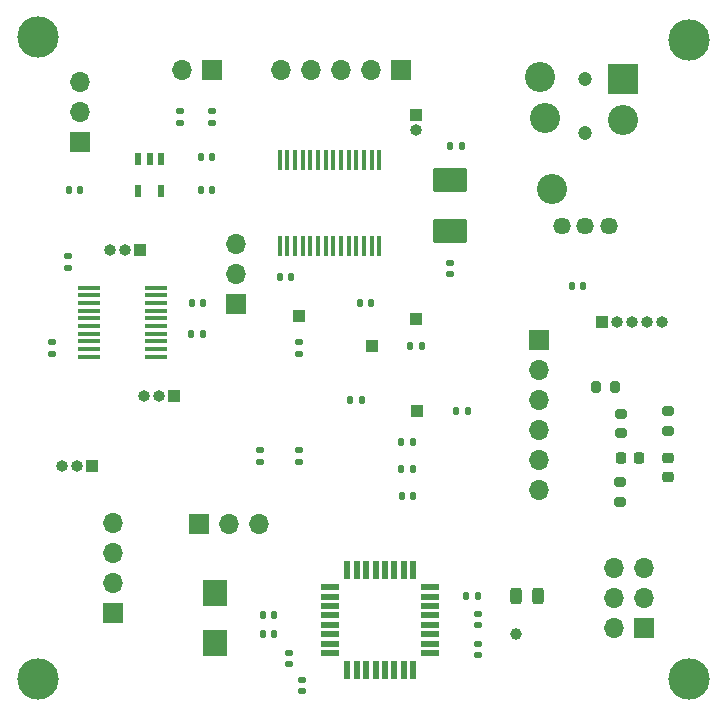
<source format=gbr>
%TF.GenerationSoftware,KiCad,Pcbnew,7.0.10-1-dev-1fdf7d0cf4*%
%TF.CreationDate,2023-12-26T02:00:40-08:00*%
%TF.ProjectId,i2s_to_toslink_pcb,6932735f-746f-45f7-946f-736c696e6b5f,rev?*%
%TF.SameCoordinates,Original*%
%TF.FileFunction,Soldermask,Top*%
%TF.FilePolarity,Negative*%
%FSLAX46Y46*%
G04 Gerber Fmt 4.6, Leading zero omitted, Abs format (unit mm)*
G04 Created by KiCad (PCBNEW 7.0.10-1-dev-1fdf7d0cf4) date 2023-12-26 02:00:40*
%MOMM*%
%LPD*%
G01*
G04 APERTURE LIST*
G04 Aperture macros list*
%AMRoundRect*
0 Rectangle with rounded corners*
0 $1 Rounding radius*
0 $2 $3 $4 $5 $6 $7 $8 $9 X,Y pos of 4 corners*
0 Add a 4 corners polygon primitive as box body*
4,1,4,$2,$3,$4,$5,$6,$7,$8,$9,$2,$3,0*
0 Add four circle primitives for the rounded corners*
1,1,$1+$1,$2,$3*
1,1,$1+$1,$4,$5*
1,1,$1+$1,$6,$7*
1,1,$1+$1,$8,$9*
0 Add four rect primitives between the rounded corners*
20,1,$1+$1,$2,$3,$4,$5,0*
20,1,$1+$1,$4,$5,$6,$7,0*
20,1,$1+$1,$6,$7,$8,$9,0*
20,1,$1+$1,$8,$9,$2,$3,0*%
G04 Aperture macros list end*
%ADD10R,2.006600X2.235200*%
%ADD11C,2.600000*%
%ADD12C,3.500000*%
%ADD13RoundRect,0.140000X-0.140000X-0.170000X0.140000X-0.170000X0.140000X0.170000X-0.140000X0.170000X0*%
%ADD14RoundRect,0.200000X-0.275000X0.200000X-0.275000X-0.200000X0.275000X-0.200000X0.275000X0.200000X0*%
%ADD15RoundRect,0.140000X-0.170000X0.140000X-0.170000X-0.140000X0.170000X-0.140000X0.170000X0.140000X0*%
%ADD16RoundRect,0.140000X0.140000X0.170000X-0.140000X0.170000X-0.140000X-0.170000X0.140000X-0.170000X0*%
%ADD17R,1.700000X1.700000*%
%ADD18O,1.700000X1.700000*%
%ADD19RoundRect,0.135000X-0.135000X-0.185000X0.135000X-0.185000X0.135000X0.185000X-0.135000X0.185000X0*%
%ADD20R,1.000000X1.000000*%
%ADD21C,1.000000*%
%ADD22R,1.600000X0.550000*%
%ADD23R,0.550000X1.600000*%
%ADD24RoundRect,0.140000X0.170000X-0.140000X0.170000X0.140000X-0.170000X0.140000X-0.170000X-0.140000X0*%
%ADD25RoundRect,0.200000X0.275000X-0.200000X0.275000X0.200000X-0.275000X0.200000X-0.275000X-0.200000X0*%
%ADD26O,1.000000X1.000000*%
%ADD27RoundRect,0.225000X0.225000X0.250000X-0.225000X0.250000X-0.225000X-0.250000X0.225000X-0.250000X0*%
%ADD28RoundRect,0.135000X0.185000X-0.135000X0.185000X0.135000X-0.185000X0.135000X-0.185000X-0.135000X0*%
%ADD29RoundRect,0.200000X-0.200000X-0.275000X0.200000X-0.275000X0.200000X0.275000X-0.200000X0.275000X0*%
%ADD30RoundRect,0.135000X-0.185000X0.135000X-0.185000X-0.135000X0.185000X-0.135000X0.185000X0.135000X0*%
%ADD31C,1.200000*%
%ADD32R,2.550000X2.550000*%
%ADD33C,2.550000*%
%ADD34C,1.462000*%
%ADD35R,0.508000X0.977900*%
%ADD36RoundRect,0.243750X0.243750X0.456250X-0.243750X0.456250X-0.243750X-0.456250X0.243750X-0.456250X0*%
%ADD37RoundRect,0.225000X-0.250000X0.225000X-0.250000X-0.225000X0.250000X-0.225000X0.250000X0.225000X0*%
%ADD38R,1.955432X0.420766*%
%ADD39RoundRect,0.102000X-1.300000X0.950000X-1.300000X-0.950000X1.300000X-0.950000X1.300000X0.950000X0*%
%ADD40R,0.431800X1.651000*%
%ADD41RoundRect,0.135000X0.135000X0.185000X-0.135000X0.185000X-0.135000X-0.185000X0.135000X-0.185000X0*%
G04 APERTURE END LIST*
D10*
%TO.C,Y1*%
X39116000Y-74904600D03*
X39116000Y-70637400D03*
%TD*%
D11*
%TO.C,H1*%
X24130000Y-23622000D03*
D12*
X24130000Y-23622000D03*
%TD*%
D13*
%TO.C,C18*%
X59055000Y-32856000D03*
X60015000Y-32856000D03*
%TD*%
D14*
%TO.C,R10*%
X77470000Y-55271400D03*
X77470000Y-56921400D03*
%TD*%
D15*
%TO.C,C10*%
X45364400Y-75748000D03*
X45364400Y-76708000D03*
%TD*%
D16*
%TO.C,C15*%
X38069400Y-48717200D03*
X37109400Y-48717200D03*
%TD*%
D17*
%TO.C,J3*%
X27686000Y-32512000D03*
D18*
X27686000Y-29972000D03*
X27686000Y-27432000D03*
%TD*%
D19*
%TO.C,R4*%
X54860000Y-60198000D03*
X55880000Y-60198000D03*
%TD*%
%TO.C,R6*%
X59484800Y-55245000D03*
X60504800Y-55245000D03*
%TD*%
D20*
%TO.C,J17*%
X56134000Y-47498000D03*
%TD*%
D19*
%TO.C,R8*%
X55624000Y-49784000D03*
X56644000Y-49784000D03*
%TD*%
D16*
%TO.C,C8*%
X44113600Y-74168000D03*
X43153600Y-74168000D03*
%TD*%
D21*
%TO.C,TP1*%
X64617600Y-74117200D03*
%TD*%
D15*
%TO.C,C13*%
X26670000Y-42164000D03*
X26670000Y-43124000D03*
%TD*%
D22*
%TO.C,U2*%
X48861400Y-70174200D03*
X48861400Y-70974200D03*
X48861400Y-71774200D03*
X48861400Y-72574200D03*
X48861400Y-73374200D03*
X48861400Y-74174200D03*
X48861400Y-74974200D03*
X48861400Y-75774200D03*
D23*
X50311400Y-77224200D03*
X51111400Y-77224200D03*
X51911400Y-77224200D03*
X52711400Y-77224200D03*
X53511400Y-77224200D03*
X54311400Y-77224200D03*
X55111400Y-77224200D03*
X55911400Y-77224200D03*
D22*
X57361400Y-75774200D03*
X57361400Y-74974200D03*
X57361400Y-74174200D03*
X57361400Y-73374200D03*
X57361400Y-72574200D03*
X57361400Y-71774200D03*
X57361400Y-70974200D03*
X57361400Y-70174200D03*
D23*
X55911400Y-68724200D03*
X55111400Y-68724200D03*
X54311400Y-68724200D03*
X53511400Y-68724200D03*
X52711400Y-68724200D03*
X51911400Y-68724200D03*
X51111400Y-68724200D03*
X50311400Y-68724200D03*
%TD*%
D17*
%TO.C,J2*%
X54864000Y-26416000D03*
D18*
X52324000Y-26416000D03*
X49784000Y-26416000D03*
X47244000Y-26416000D03*
X44704000Y-26416000D03*
%TD*%
D20*
%TO.C,J15*%
X56261000Y-55245000D03*
%TD*%
D24*
%TO.C,C14*%
X25349200Y-50416400D03*
X25349200Y-49456400D03*
%TD*%
D14*
%TO.C,R12*%
X73431400Y-61291200D03*
X73431400Y-62941200D03*
%TD*%
D17*
%TO.C,J12*%
X30480000Y-72390000D03*
D18*
X30480000Y-69850000D03*
X30480000Y-67310000D03*
X30480000Y-64770000D03*
%TD*%
D13*
%TO.C,C4*%
X37902000Y-36576000D03*
X38862000Y-36576000D03*
%TD*%
D25*
%TO.C,R13*%
X73482200Y-57150000D03*
X73482200Y-55500000D03*
%TD*%
D20*
%TO.C,J9*%
X35687000Y-53975000D03*
D26*
X34417000Y-53975000D03*
X33147000Y-53975000D03*
%TD*%
D19*
%TO.C,R5*%
X54860000Y-57912000D03*
X55880000Y-57912000D03*
%TD*%
D27*
%TO.C,C23*%
X75019400Y-59271400D03*
X73469400Y-59271400D03*
%TD*%
D28*
%TO.C,R1*%
X46228000Y-59563000D03*
X46228000Y-58543000D03*
%TD*%
D29*
%TO.C,R11*%
X71374000Y-53213000D03*
X73024000Y-53213000D03*
%TD*%
D20*
%TO.C,J7*%
X28702000Y-59944000D03*
D26*
X27432000Y-59944000D03*
X26162000Y-59944000D03*
%TD*%
D20*
%TO.C,J14*%
X46228000Y-47244000D03*
%TD*%
D15*
%TO.C,C11*%
X46482000Y-78006000D03*
X46482000Y-78966000D03*
%TD*%
D16*
%TO.C,C5*%
X27686000Y-36576000D03*
X26726000Y-36576000D03*
%TD*%
D17*
%TO.C,J5*%
X66548000Y-49276000D03*
D18*
X66548000Y-51816000D03*
X66548000Y-54356000D03*
X66548000Y-56896000D03*
X66548000Y-59436000D03*
X66548000Y-61976000D03*
%TD*%
D30*
%TO.C,R9*%
X46228000Y-49401000D03*
X46228000Y-50421000D03*
%TD*%
D11*
%TO.C,H3*%
X24130000Y-77978000D03*
D12*
X24130000Y-77978000D03*
%TD*%
D16*
%TO.C,C16*%
X38097400Y-46126400D03*
X37137400Y-46126400D03*
%TD*%
D31*
%TO.C,J10*%
X70478400Y-31698600D03*
X70478400Y-27198600D03*
D32*
X73678400Y-27198600D03*
D33*
X67628400Y-36498600D03*
X73678400Y-30598600D03*
X67078400Y-30498600D03*
X66628400Y-26998600D03*
D34*
X68478400Y-39598600D03*
X70478400Y-39598600D03*
X72478400Y-39598600D03*
%TD*%
D30*
%TO.C,R3*%
X42926000Y-58545000D03*
X42926000Y-59565000D03*
%TD*%
D24*
%TO.C,C6*%
X61417200Y-73400800D03*
X61417200Y-72440800D03*
%TD*%
D35*
%TO.C,U1*%
X34526501Y-33940750D03*
X33576500Y-33940750D03*
X32626499Y-33940750D03*
X32626499Y-36671250D03*
X34526501Y-36671250D03*
%TD*%
D15*
%TO.C,C9*%
X61417200Y-74960600D03*
X61417200Y-75920600D03*
%TD*%
D36*
%TO.C,D1*%
X66441800Y-70942200D03*
X64566800Y-70942200D03*
%TD*%
D24*
%TO.C,C1*%
X38862000Y-30861000D03*
X38862000Y-29901000D03*
%TD*%
D16*
%TO.C,C21*%
X70302000Y-44704000D03*
X69342000Y-44704000D03*
%TD*%
D13*
%TO.C,C19*%
X51364000Y-46101000D03*
X52324000Y-46101000D03*
%TD*%
D37*
%TO.C,C22*%
X77470000Y-59283600D03*
X77470000Y-60833600D03*
%TD*%
D15*
%TO.C,C17*%
X58978800Y-42700000D03*
X58978800Y-43660000D03*
%TD*%
D13*
%TO.C,C12*%
X54920000Y-62484000D03*
X55880000Y-62484000D03*
%TD*%
D38*
%TO.C,U3*%
X28412232Y-44827000D03*
X28412232Y-45477001D03*
X28412232Y-46126999D03*
X28412232Y-46777001D03*
X28412232Y-47426999D03*
X28412232Y-48077001D03*
X28412232Y-48726999D03*
X28412232Y-49377001D03*
X28412232Y-50026999D03*
X28412232Y-50677000D03*
X34163000Y-50677000D03*
X34163000Y-50026999D03*
X34163000Y-49377001D03*
X34163000Y-48726999D03*
X34163000Y-48077001D03*
X34163000Y-47426999D03*
X34163000Y-46777001D03*
X34163000Y-46126999D03*
X34163000Y-45477001D03*
X34163000Y-44827000D03*
%TD*%
D20*
%TO.C,J13*%
X71872000Y-47752000D03*
D26*
X73142000Y-47752000D03*
X74412000Y-47752000D03*
X75682000Y-47752000D03*
X76952000Y-47752000D03*
%TD*%
D20*
%TO.C,J11*%
X56134000Y-30226000D03*
D26*
X56134000Y-31496000D03*
%TD*%
D19*
%TO.C,R2*%
X60348400Y-70942200D03*
X61368400Y-70942200D03*
%TD*%
D17*
%TO.C,J6*%
X75438000Y-73660000D03*
D18*
X72898000Y-73660000D03*
X75438000Y-71120000D03*
X72898000Y-71120000D03*
X75438000Y-68580000D03*
X72898000Y-68580000D03*
%TD*%
D13*
%TO.C,C3*%
X37902000Y-33782000D03*
X38862000Y-33782000D03*
%TD*%
D39*
%TO.C,Y2*%
X58978000Y-35696000D03*
X58978000Y-39996000D03*
%TD*%
D17*
%TO.C,J1*%
X38862000Y-26416000D03*
D18*
X36322000Y-26416000D03*
%TD*%
D17*
%TO.C,JP1*%
X40894000Y-46228000D03*
D18*
X40894000Y-43688000D03*
X40894000Y-41148000D03*
%TD*%
D40*
%TO.C,U4*%
X44584001Y-41300400D03*
X45234002Y-41300400D03*
X45884001Y-41300400D03*
X46534002Y-41300400D03*
X47184000Y-41300400D03*
X47834002Y-41300400D03*
X48484000Y-41300400D03*
X49133999Y-41300400D03*
X49784000Y-41300400D03*
X50433999Y-41300400D03*
X51084000Y-41300400D03*
X51733999Y-41300400D03*
X52384000Y-41300400D03*
X53033999Y-41300400D03*
X53034001Y-34036000D03*
X52384000Y-34036000D03*
X51734001Y-34036000D03*
X51084000Y-34036000D03*
X50434002Y-34036000D03*
X49784000Y-34036000D03*
X49134002Y-34036000D03*
X48484000Y-34036000D03*
X47834002Y-34036000D03*
X47184000Y-34036000D03*
X46534002Y-34036000D03*
X45884001Y-34036000D03*
X45234002Y-34036000D03*
X44584001Y-34036000D03*
%TD*%
D41*
%TO.C,R7*%
X51564000Y-54356000D03*
X50544000Y-54356000D03*
%TD*%
D16*
%TO.C,C20*%
X45593000Y-43942000D03*
X44633000Y-43942000D03*
%TD*%
D24*
%TO.C,C2*%
X36195000Y-30861000D03*
X36195000Y-29901000D03*
%TD*%
D16*
%TO.C,C7*%
X44114600Y-72567800D03*
X43154600Y-72567800D03*
%TD*%
D20*
%TO.C,J8*%
X32766000Y-41656000D03*
D26*
X31496000Y-41656000D03*
X30226000Y-41656000D03*
%TD*%
D20*
%TO.C,J16*%
X52451000Y-49784000D03*
%TD*%
D11*
%TO.C,H2*%
X79248000Y-23876000D03*
D12*
X79248000Y-23876000D03*
%TD*%
D11*
%TO.C,H4*%
X79248000Y-77978000D03*
D12*
X79248000Y-77978000D03*
%TD*%
D17*
%TO.C,J4*%
X37744400Y-64820800D03*
D18*
X40284400Y-64820800D03*
X42824400Y-64820800D03*
%TD*%
M02*

</source>
